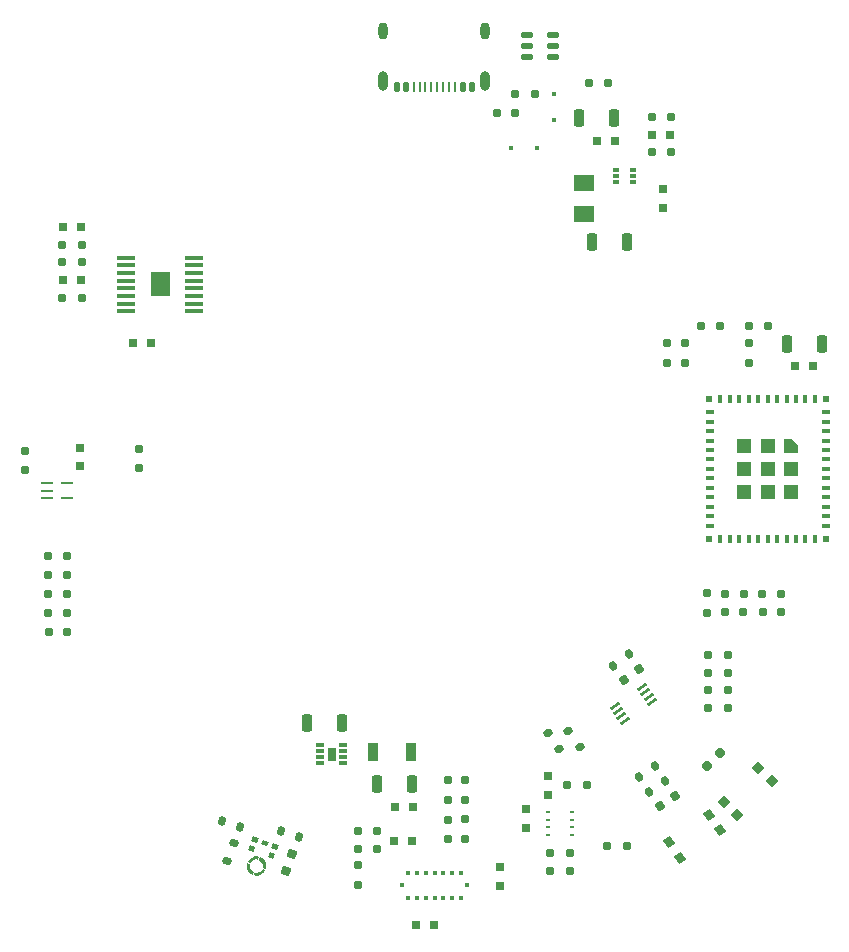
<source format=gtp>
%TF.GenerationSoftware,KiCad,Pcbnew,9.0.2*%
%TF.CreationDate,2026-02-20T22:05:30+01:00*%
%TF.ProjectId,LumiCtrl,4c756d69-4374-4726-9c2e-6b696361645f,rev11*%
%TF.SameCoordinates,Original*%
%TF.FileFunction,Paste,Top*%
%TF.FilePolarity,Positive*%
%FSLAX46Y46*%
G04 Gerber Fmt 4.6, Leading zero omitted, Abs format (unit mm)*
G04 Created by KiCad (PCBNEW 9.0.2) date 2026-02-20 22:05:30*
%MOMM*%
%LPD*%
G01*
G04 APERTURE LIST*
G04 Aperture macros list*
%AMRoundRect*
0 Rectangle with rounded corners*
0 $1 Rounding radius*
0 $2 $3 $4 $5 $6 $7 $8 $9 X,Y pos of 4 corners*
0 Add a 4 corners polygon primitive as box body*
4,1,4,$2,$3,$4,$5,$6,$7,$8,$9,$2,$3,0*
0 Add four circle primitives for the rounded corners*
1,1,$1+$1,$2,$3*
1,1,$1+$1,$4,$5*
1,1,$1+$1,$6,$7*
1,1,$1+$1,$8,$9*
0 Add four rect primitives between the rounded corners*
20,1,$1+$1,$2,$3,$4,$5,0*
20,1,$1+$1,$4,$5,$6,$7,0*
20,1,$1+$1,$6,$7,$8,$9,0*
20,1,$1+$1,$8,$9,$2,$3,0*%
%AMRotRect*
0 Rectangle, with rotation*
0 The origin of the aperture is its center*
0 $1 length*
0 $2 width*
0 $3 Rotation angle, in degrees counterclockwise*
0 Add horizontal line*
21,1,$1,$2,0,0,$3*%
%AMFreePoly0*
4,1,6,0.580000,-0.580000,-0.580000,-0.580000,-0.580000,0.070440,-0.070440,0.580000,0.580000,0.580000,0.580000,-0.580000,0.580000,-0.580000,$1*%
G04 Aperture macros list end*
%ADD10C,0.000000*%
%ADD11C,0.010000*%
%ADD12RoundRect,0.180000X0.180000X0.200000X-0.180000X0.200000X-0.180000X-0.200000X0.180000X-0.200000X0*%
%ADD13RoundRect,0.175000X-0.175000X-0.205000X0.175000X-0.205000X0.175000X0.205000X-0.175000X0.205000X0*%
%ADD14RoundRect,0.160000X-0.160000X-0.220000X0.160000X-0.220000X0.160000X0.220000X-0.160000X0.220000X0*%
%ADD15R,0.400000X0.280000*%
%ADD16RoundRect,0.160000X0.004878X0.271986X-0.257251X0.088441X-0.004878X-0.271986X0.257251X-0.088441X0*%
%ADD17RoundRect,0.180000X-0.032732X-0.267074X0.262163X-0.060587X0.032732X0.267074X-0.262163X0.060587X0*%
%ADD18RoundRect,0.180000X0.200000X-0.180000X0.200000X0.180000X-0.200000X0.180000X-0.200000X-0.180000X0*%
%ADD19RoundRect,0.200000X-0.260000X-0.520000X0.260000X-0.520000X0.260000X0.520000X-0.260000X0.520000X0*%
%ADD20R,1.760000X1.460000*%
%ADD21RoundRect,0.160000X-0.220000X0.160000X-0.220000X-0.160000X0.220000X-0.160000X0.220000X0.160000X0*%
%ADD22RoundRect,0.160000X0.160000X0.220000X-0.160000X0.220000X-0.160000X-0.220000X0.160000X-0.220000X0*%
%ADD23RotRect,0.720000X0.800000X225.000000*%
%ADD24RoundRect,0.120000X-0.410000X-0.120000X0.410000X-0.120000X0.410000X0.120000X-0.410000X0.120000X0*%
%ADD25RoundRect,0.175000X0.175000X0.205000X-0.175000X0.205000X-0.175000X-0.205000X0.175000X-0.205000X0*%
%ADD26RoundRect,0.040500X-0.305500X-0.121500X0.305500X-0.121500X0.305500X0.121500X-0.305500X0.121500X0*%
%ADD27RoundRect,0.100000X0.100000X-0.100000X0.100000X0.100000X-0.100000X0.100000X-0.100000X-0.100000X0*%
%ADD28RoundRect,0.180000X-0.180000X-0.200000X0.180000X-0.200000X0.180000X0.200000X-0.180000X0.200000X0*%
%ADD29R,0.975360X0.243840*%
%ADD30RoundRect,0.200000X0.260000X0.520000X-0.260000X0.520000X-0.260000X-0.520000X0.260000X-0.520000X0*%
%ADD31R,0.960000X1.600000*%
%ADD32RoundRect,0.160000X0.152009X-0.225595X0.261456X0.075106X-0.152009X0.225595X-0.261456X-0.075106X0*%
%ADD33RoundRect,0.180000X0.032732X0.267074X-0.262163X0.060587X-0.032732X-0.267074X0.262163X-0.060587X0*%
%ADD34RoundRect,0.027000X-0.298403X-0.307827X0.391323X0.175124X0.298403X0.307827X-0.391323X-0.175124X0*%
%ADD35R,1.564346X0.336612*%
%ADD36RoundRect,0.160000X0.220000X-0.160000X0.220000X0.160000X-0.220000X0.160000X-0.220000X-0.160000X0*%
%ADD37RoundRect,0.160000X0.271986X-0.004878X0.088441X0.257251X-0.271986X0.004878X-0.088441X-0.257251X0*%
%ADD38RoundRect,0.180000X0.126375X-0.237549X0.249502X0.100741X-0.126375X0.237549X-0.249502X-0.100741X0*%
%ADD39RoundRect,0.100000X0.100000X0.100000X-0.100000X0.100000X-0.100000X-0.100000X0.100000X-0.100000X0*%
%ADD40RotRect,0.720000X0.800000X35.000000*%
%ADD41RoundRect,0.180000X0.014142X-0.268701X0.268701X-0.014142X-0.014142X0.268701X-0.268701X0.014142X0*%
%ADD42RoundRect,0.120000X0.120000X0.340000X-0.120000X0.340000X-0.120000X-0.340000X0.120000X-0.340000X0*%
%ADD43RoundRect,0.060000X0.060000X0.400000X-0.060000X0.400000X-0.060000X-0.400000X0.060000X-0.400000X0*%
%ADD44O,0.800000X1.680000*%
%ADD45O,0.800000X1.440000*%
%ADD46R,0.320000X0.640000*%
%ADD47R,0.640000X0.320000*%
%ADD48FreePoly0,270.000000*%
%ADD49R,1.160000X1.160000*%
%ADD50R,0.560000X0.560000*%
%ADD51RoundRect,0.070000X-0.200000X-0.070000X0.200000X-0.070000X0.200000X0.070000X-0.200000X0.070000X0*%
%ADD52RoundRect,0.160000X-0.271986X0.004878X-0.088441X-0.257251X0.271986X-0.004878X0.088441X0.257251X0*%
%ADD53R,0.426720X0.426720*%
%ADD54R,0.447040X0.426720*%
%ADD55RoundRect,0.160000X0.225595X0.152009X-0.075106X0.261456X-0.225595X-0.152009X0.075106X-0.261456X0*%
%ADD56RoundRect,0.160000X-0.004878X-0.271986X0.257251X-0.088441X0.004878X0.271986X-0.257251X0.088441X0*%
G04 APERTURE END LIST*
D10*
%TO.C,MK1*%
G36*
X85096783Y-131249166D02*
G01*
X84952452Y-131645718D01*
X84482605Y-131474709D01*
X84626938Y-131078157D01*
X85096783Y-131249166D01*
G37*
G36*
X84815643Y-132021595D02*
G01*
X84671311Y-132418145D01*
X84201463Y-132247135D01*
X84345798Y-131850584D01*
X84815643Y-132021595D01*
G37*
G36*
X85942506Y-131556984D02*
G01*
X85798173Y-131953535D01*
X85328327Y-131782525D01*
X85472660Y-131385975D01*
X85942506Y-131556984D01*
G37*
G36*
X86507088Y-132637231D02*
G01*
X86362758Y-133033780D01*
X85892911Y-132862770D01*
X86037244Y-132466221D01*
X86507088Y-132637231D01*
G37*
G36*
X86788231Y-131864804D02*
G01*
X86643897Y-132261353D01*
X86174052Y-132090343D01*
X86318383Y-131693793D01*
X86788231Y-131864804D01*
G37*
G36*
X85156462Y-132839487D02*
G01*
X85070717Y-133075068D01*
X84960356Y-133057247D01*
X84848758Y-133061538D01*
X84740137Y-133087768D01*
X84638881Y-133134984D01*
X84548966Y-133201332D01*
X84473946Y-133284063D01*
X84416659Y-133380059D01*
X84181078Y-133294315D01*
X84263619Y-133148236D01*
X84374269Y-133022284D01*
X84508493Y-132921620D01*
X84660504Y-132850737D01*
X84823893Y-132812620D01*
X84991502Y-132808818D01*
X85156462Y-132839487D01*
G37*
G36*
X84382457Y-133474028D02*
G01*
X84364637Y-133584389D01*
X84368927Y-133695987D01*
X84395158Y-133804610D01*
X84442375Y-133905863D01*
X84508722Y-133995779D01*
X84591454Y-134070798D01*
X84687450Y-134128087D01*
X84601704Y-134363667D01*
X84455626Y-134281127D01*
X84329674Y-134170476D01*
X84229010Y-134036254D01*
X84158127Y-133884243D01*
X84120011Y-133720852D01*
X84116207Y-133553244D01*
X84146876Y-133388285D01*
X84382457Y-133474028D01*
G37*
G36*
X85396511Y-132956228D02*
G01*
X85522461Y-133066879D01*
X85623124Y-133201103D01*
X85694009Y-133353114D01*
X85732125Y-133516503D01*
X85735928Y-133684113D01*
X85705260Y-133849072D01*
X85469679Y-133763326D01*
X85487497Y-133652965D01*
X85483209Y-133541369D01*
X85456978Y-133432746D01*
X85409761Y-133331491D01*
X85343413Y-133241575D01*
X85260682Y-133166557D01*
X85164687Y-133109269D01*
X85250430Y-132873688D01*
X85396511Y-132956228D01*
G37*
G36*
X85671057Y-133943039D02*
G01*
X85588519Y-134089119D01*
X85477866Y-134215071D01*
X85343643Y-134315735D01*
X85191633Y-134386619D01*
X85028241Y-134424735D01*
X84860632Y-134428538D01*
X84695674Y-134397869D01*
X84781419Y-134162288D01*
X84891778Y-134180109D01*
X85003377Y-134175818D01*
X85111998Y-134149589D01*
X85213254Y-134102371D01*
X85303168Y-134036023D01*
X85378190Y-133953292D01*
X85435476Y-133857296D01*
X85671057Y-133943039D01*
G37*
D11*
%TO.C,U2*%
X91565000Y-124660000D02*
X91005000Y-124660000D01*
X91005000Y-123640000D01*
X91565000Y-123640000D01*
X91565000Y-124660000D01*
G36*
X91565000Y-124660000D02*
G01*
X91005000Y-124660000D01*
X91005000Y-123640000D01*
X91565000Y-123640000D01*
X91565000Y-124660000D01*
G37*
D10*
%TO.C,U6*%
G36*
X77583107Y-85382721D02*
G01*
X75967664Y-85382721D01*
X75967664Y-83367277D01*
X77583107Y-83367277D01*
X77583107Y-85382721D01*
G37*
%TD*%
D12*
%TO.C,C21*%
X70075000Y-79500000D03*
X68525000Y-79500000D03*
%TD*%
D13*
%TO.C,D5*%
X67287500Y-107410000D03*
X68862500Y-107410000D03*
%TD*%
D14*
%TO.C,R38*%
X93475000Y-132150000D03*
X95125000Y-132150000D03*
%TD*%
D13*
%TO.C,D9*%
X67312500Y-112200000D03*
X68887500Y-112200000D03*
%TD*%
D15*
%TO.C,U10*%
X111650000Y-129050000D03*
X111650000Y-129700000D03*
X111650000Y-130350000D03*
X111650000Y-131000000D03*
X109600000Y-131000000D03*
X109600000Y-130350000D03*
X109600000Y-129700000D03*
X109600000Y-129050000D03*
%TD*%
D16*
%TO.C,R3*%
X118651310Y-125163361D03*
X117299710Y-126109761D03*
%TD*%
D17*
%TO.C,C4*%
X119065157Y-128544522D03*
X120334843Y-127655478D03*
%TD*%
D14*
%TO.C,R26*%
X68475000Y-82500000D03*
X70125000Y-82500000D03*
%TD*%
D18*
%TO.C,C17*%
X107700000Y-130375000D03*
X107700000Y-128825000D03*
%TD*%
%TO.C,C24*%
X70000000Y-99775000D03*
X70000000Y-98225000D03*
%TD*%
D19*
%TO.C,C11*%
X112250000Y-70305000D03*
X115200000Y-70305000D03*
%TD*%
D20*
%TO.C,L1*%
X112625000Y-75817500D03*
X112625000Y-78392500D03*
%TD*%
D21*
%TO.C,R37*%
X93500000Y-133575000D03*
X93500000Y-135225000D03*
%TD*%
%TO.C,R39*%
X101100000Y-126350000D03*
X101100000Y-128000000D03*
%TD*%
D13*
%TO.C,D3*%
X67312500Y-110600000D03*
X68887500Y-110600000D03*
%TD*%
D22*
%TO.C,R61*%
X124825000Y-118750000D03*
X123175000Y-118750000D03*
%TD*%
D23*
%TO.C,SW1*%
X128531370Y-126431371D03*
X125632232Y-129330508D03*
X127400000Y-125300000D03*
X124500862Y-128199137D03*
%TD*%
D24*
%TO.C,U3*%
X107787501Y-63250000D03*
X107787501Y-64200000D03*
X107787501Y-65150000D03*
X110062501Y-65150000D03*
X110062501Y-64200000D03*
X110062501Y-63250000D03*
%TD*%
D25*
%TO.C,D1*%
X126137500Y-112100000D03*
X124562500Y-112100000D03*
%TD*%
D26*
%TO.C,U2*%
X90300000Y-123400000D03*
X90300000Y-123900000D03*
X90300000Y-124400000D03*
X90300000Y-124900000D03*
X92270000Y-124900000D03*
X92270000Y-124400000D03*
X92270000Y-123900000D03*
X92270000Y-123400000D03*
%TD*%
D14*
%TO.C,R29*%
X127687500Y-110600000D03*
X129337500Y-110600000D03*
%TD*%
D27*
%TO.C,D7*%
X110100000Y-70450000D03*
X110100000Y-68250000D03*
%TD*%
D28*
%TO.C,C22*%
X74425000Y-89350000D03*
X75975000Y-89350000D03*
%TD*%
D29*
%TO.C,U7*%
X67198200Y-101200000D03*
X67198200Y-101849999D03*
X67198200Y-102499998D03*
X68900000Y-102499998D03*
X68900000Y-101200000D03*
%TD*%
D19*
%TO.C,C1*%
X129825000Y-89400000D03*
X132775000Y-89400000D03*
%TD*%
D13*
%TO.C,D2*%
X127775000Y-112100000D03*
X129350000Y-112100000D03*
%TD*%
D16*
%TO.C,R58*%
X116500000Y-115700000D03*
X115148400Y-116646402D03*
%TD*%
D30*
%TO.C,C27*%
X98075000Y-126700000D03*
X95125000Y-126700000D03*
%TD*%
D22*
%TO.C,R27*%
X70125000Y-81000000D03*
X68475000Y-81000000D03*
%TD*%
D31*
%TO.C,L2*%
X94800000Y-124000000D03*
X98000000Y-124000000D03*
%TD*%
D21*
%TO.C,R42*%
X101100000Y-129683039D03*
X101100000Y-131333039D03*
%TD*%
D22*
%TO.C,R63*%
X112875000Y-126800000D03*
X111225000Y-126800000D03*
%TD*%
%TO.C,R31*%
X70125000Y-85500000D03*
X68475000Y-85500000D03*
%TD*%
D32*
%TO.C,R14*%
X82417833Y-133225246D03*
X82982167Y-131674754D03*
%TD*%
D18*
%TO.C,C15*%
X119300000Y-77875000D03*
X119300000Y-76325000D03*
%TD*%
D33*
%TO.C,C7*%
X117334843Y-116955478D03*
X116065157Y-117844522D03*
%TD*%
D34*
%TO.C,U4*%
X115237818Y-120083022D03*
X115524606Y-120492598D03*
X115811394Y-120902174D03*
X116098183Y-121311750D03*
X118400000Y-119700000D03*
X118113212Y-119290424D03*
X117826424Y-118880848D03*
X117539635Y-118471272D03*
%TD*%
D14*
%TO.C,R64*%
X114625000Y-131950000D03*
X116275000Y-131950000D03*
%TD*%
D19*
%TO.C,C13*%
X113325000Y-80800000D03*
X116275000Y-80800000D03*
%TD*%
D21*
%TO.C,R40*%
X102600000Y-126350000D03*
X102600000Y-128000000D03*
%TD*%
%TO.C,R34*%
X75000000Y-98275000D03*
X75000000Y-99925000D03*
%TD*%
D35*
%TO.C,U6*%
X79650768Y-86649998D03*
X79650768Y-86000000D03*
X79650768Y-85349998D03*
X79650768Y-84700000D03*
X79650768Y-84049998D03*
X79650768Y-83400000D03*
X79650768Y-82749998D03*
X79650768Y-82100000D03*
X73900000Y-82100000D03*
X73900000Y-82749998D03*
X73900000Y-83400000D03*
X73900000Y-84049998D03*
X73900000Y-84700000D03*
X73900000Y-85349998D03*
X73900000Y-86000000D03*
X73900000Y-86649998D03*
%TD*%
D21*
%TO.C,R47*%
X123050000Y-110525000D03*
X123050000Y-112175000D03*
%TD*%
D36*
%TO.C,R10*%
X119700000Y-91025000D03*
X119700000Y-89375000D03*
%TD*%
D37*
%TO.C,R59*%
X110515194Y-123685995D03*
X109568792Y-122334395D03*
%TD*%
D14*
%TO.C,R30*%
X124575000Y-110600000D03*
X126225000Y-110600000D03*
%TD*%
D21*
%TO.C,R53*%
X102598735Y-129675000D03*
X102598735Y-131325000D03*
%TD*%
D38*
%TO.C,C8*%
X87384934Y-134078262D03*
X87915066Y-132621738D03*
%TD*%
D39*
%TO.C,D6*%
X108700000Y-72800000D03*
X106500000Y-72800000D03*
%TD*%
D13*
%TO.C,D8*%
X67312500Y-109000000D03*
X68887500Y-109000000D03*
%TD*%
D12*
%TO.C,C30*%
X98175000Y-128600000D03*
X96625000Y-128600000D03*
%TD*%
D40*
%TO.C,SW2*%
X119861878Y-131620509D03*
X123220400Y-129268847D03*
X120779600Y-132931153D03*
X124138122Y-130579491D03*
%TD*%
D14*
%TO.C,R62*%
X123175000Y-117250000D03*
X124825000Y-117250000D03*
%TD*%
%TO.C,R13*%
X122525000Y-87900000D03*
X124175000Y-87900000D03*
%TD*%
D22*
%TO.C,R68*%
X111425000Y-132500000D03*
X109775000Y-132500000D03*
%TD*%
%TO.C,R20*%
X120025000Y-73200000D03*
X118375000Y-73200000D03*
%TD*%
D41*
%TO.C,C3*%
X123051992Y-125148008D03*
X124148008Y-124051992D03*
%TD*%
D22*
%TO.C,R67*%
X111425000Y-134000000D03*
X109775000Y-134000000D03*
%TD*%
D42*
%TO.C,J4*%
X103180000Y-67700000D03*
X102380000Y-67700000D03*
D43*
X101230000Y-67700000D03*
X100230000Y-67700000D03*
X99730000Y-67700000D03*
X98730000Y-67700000D03*
D42*
X97580000Y-67700000D03*
X96780000Y-67700000D03*
X96780000Y-67700000D03*
X97580000Y-67700000D03*
D43*
X98230000Y-67700000D03*
X99230000Y-67700000D03*
X100730000Y-67700000D03*
X101730000Y-67700000D03*
D42*
X102380000Y-67700000D03*
X103180000Y-67700000D03*
D44*
X104300000Y-67125000D03*
D45*
X104300000Y-62945000D03*
D44*
X95660000Y-67125000D03*
D45*
X95660000Y-62945000D03*
%TD*%
D18*
%TO.C,C29*%
X105500000Y-135275000D03*
X105500000Y-133725000D03*
%TD*%
D46*
%TO.C,U1*%
X132200000Y-94100000D03*
X131400000Y-94100000D03*
X130600000Y-94100000D03*
X129800000Y-94100000D03*
X129000000Y-94100000D03*
X128200000Y-94100000D03*
X127400000Y-94100000D03*
X126600000Y-94100000D03*
X125800000Y-94100000D03*
X125000000Y-94100000D03*
X124200000Y-94100000D03*
D47*
X123300000Y-95200000D03*
X123300000Y-96000000D03*
X123300000Y-96800000D03*
X123300000Y-97600000D03*
X123300000Y-98400000D03*
X123300000Y-99200000D03*
X123300000Y-100000000D03*
X123300000Y-100800000D03*
X123300000Y-101600000D03*
X123300000Y-102400000D03*
X123300000Y-103200000D03*
X123300000Y-104000000D03*
X123300000Y-104800000D03*
D46*
X124200000Y-105900000D03*
X125000000Y-105900000D03*
X125800000Y-105900000D03*
X126600000Y-105900000D03*
X127400000Y-105900000D03*
X128200000Y-105900000D03*
X129000000Y-105900000D03*
X129800000Y-105900000D03*
X130600000Y-105900000D03*
X131400000Y-105900000D03*
X132200000Y-105900000D03*
D47*
X133100000Y-104800000D03*
X133100000Y-104000000D03*
X133100000Y-103200000D03*
X133100000Y-102400000D03*
X133100000Y-101600000D03*
X133100000Y-100800000D03*
X133100000Y-100000000D03*
X133100000Y-99200000D03*
X133100000Y-98400000D03*
X133100000Y-97600000D03*
X133100000Y-96800000D03*
X133100000Y-96000000D03*
X133100000Y-95200000D03*
D48*
X130175000Y-98025000D03*
D49*
X128200000Y-98025000D03*
X126225000Y-98025000D03*
X130175000Y-100000000D03*
X128200000Y-100000000D03*
X126225000Y-100000000D03*
X130175000Y-101975000D03*
X128200000Y-101975000D03*
X126225000Y-101975000D03*
D50*
X133150000Y-105950000D03*
X123250000Y-105950000D03*
X123250000Y-94050000D03*
X133150000Y-94050000D03*
%TD*%
D36*
%TO.C,R35*%
X65300000Y-100125000D03*
X65300000Y-98475000D03*
%TD*%
D13*
%TO.C,FB1*%
X105262500Y-69850000D03*
X106837500Y-69850000D03*
%TD*%
D51*
%TO.C,U5*%
X115400000Y-74700000D03*
X115400000Y-75200000D03*
X115400000Y-75700000D03*
X116825000Y-75700000D03*
X116825000Y-75200000D03*
X116825000Y-74700000D03*
%TD*%
D18*
%TO.C,C16*%
X109600000Y-127575000D03*
X109600000Y-126025000D03*
%TD*%
D28*
%TO.C,C19*%
X68525000Y-84000000D03*
X70075000Y-84000000D03*
%TD*%
D30*
%TO.C,C6*%
X92125000Y-121550000D03*
X89175000Y-121550000D03*
%TD*%
D14*
%TO.C,R8*%
X106825000Y-68250000D03*
X108475000Y-68250000D03*
%TD*%
%TO.C,R36*%
X93475000Y-130650000D03*
X95125000Y-130650000D03*
%TD*%
D52*
%TO.C,R60*%
X111326799Y-122224200D03*
X112273201Y-123575800D03*
%TD*%
D21*
%TO.C,R2*%
X126600000Y-89375000D03*
X126600000Y-91025000D03*
%TD*%
D14*
%TO.C,R21*%
X118375000Y-70200000D03*
X120025000Y-70200000D03*
%TD*%
D13*
%TO.C,D4*%
X67325000Y-113800000D03*
X68900000Y-113800000D03*
%TD*%
D22*
%TO.C,R1*%
X128250000Y-87900000D03*
X126600000Y-87900000D03*
%TD*%
D12*
%TO.C,C28*%
X98075000Y-131500000D03*
X96525000Y-131500000D03*
%TD*%
D53*
%TO.C,U9*%
X97749999Y-134200000D03*
X98500000Y-134200000D03*
X99249999Y-134200000D03*
X100000000Y-134200000D03*
X100750001Y-134200000D03*
X101500000Y-134200000D03*
X102250001Y-134200000D03*
D54*
X97282500Y-135257501D03*
X102717500Y-135257501D03*
D53*
X97749999Y-136315002D03*
X98500000Y-136315002D03*
X99249999Y-136315002D03*
X100000000Y-136315002D03*
X100750001Y-136315002D03*
X101500000Y-136315002D03*
X102250001Y-136315002D03*
%TD*%
D22*
%TO.C,R66*%
X124825000Y-120250000D03*
X123175000Y-120250000D03*
%TD*%
D55*
%TO.C,R55*%
X83525246Y-130332167D03*
X81974754Y-129767833D03*
%TD*%
D22*
%TO.C,R65*%
X124825000Y-115750000D03*
X123175000Y-115750000D03*
%TD*%
D14*
%TO.C,R9*%
X113075000Y-67300000D03*
X114725000Y-67300000D03*
%TD*%
D55*
%TO.C,R56*%
X88525246Y-131182167D03*
X86974754Y-130617833D03*
%TD*%
D12*
%TO.C,C14*%
X119975000Y-71700000D03*
X118425000Y-71700000D03*
%TD*%
D28*
%TO.C,C9*%
X113750000Y-72205000D03*
X115300000Y-72205000D03*
%TD*%
D56*
%TO.C,R4*%
X118158877Y-127332102D03*
X119510477Y-126385700D03*
%TD*%
D36*
%TO.C,R17*%
X121200000Y-91025000D03*
X121200000Y-89375000D03*
%TD*%
D28*
%TO.C,C2*%
X130525000Y-91300000D03*
X132075000Y-91300000D03*
%TD*%
D12*
%TO.C,C5*%
X99975000Y-138600000D03*
X98425000Y-138600000D03*
%TD*%
M02*

</source>
